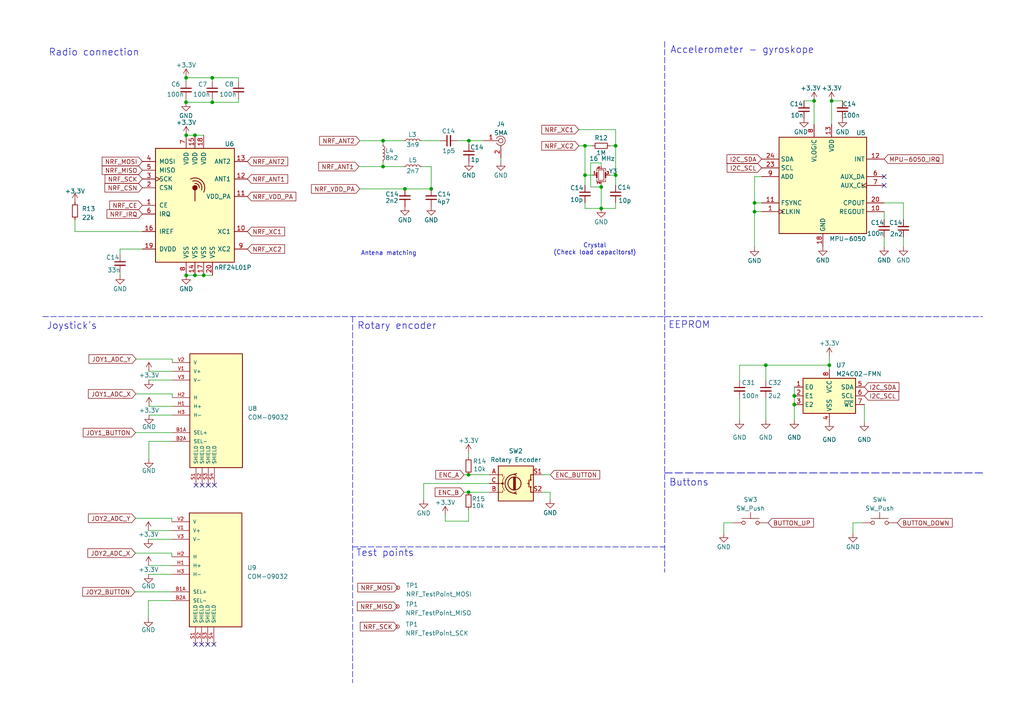
<source format=kicad_sch>
(kicad_sch (version 20230121) (generator eeschema)
  (paper "A4")
  (title_block (title "nRF Controller - peripherals") (date "2023-06-29") (rev "v1"))
  (lib_symbols
    (symbol "COM-09032:COM-09032" (pin_names (offset 1.016))
      (property "Reference" "U" (at -7.62 16.002 0))
      (property "Value" "COM-09032" (at -7.112 -28.448 0))
      (symbol "COM-09032_0_0"
        (rectangle (start -7.62 -17.78) (end 7.62 15.24) (stroke (width 0.254)) (fill (type background)))
        (pin passive line (at -12.7 -7.62 0) (length 5.08) (name "SEL+") (number "B1A"))
        (pin passive line (at -12.7 -10.16 0) (length 5.08) (name "SEL-") (number "B2A"))
        (pin passive line (at -12.7 0 0) (length 5.08) (name "H+") (number "H1"))
        (pin passive line (at -12.7 2.54 0) (length 5.08) (name "H") (number "H2"))
        (pin passive line (at -12.7 -2.54 0) (length 5.08) (name "H-") (number "H3"))
        (pin passive line (at -5.842 -22.86 90) (length 5.08) (name "SHIELD") (number "S1"))
        (pin passive line (at -4.064 -22.86 90) (length 5.08) (name "SHIELD") (number "S2"))
        (pin passive line (at -2.286 -22.86 90) (length 5.08) (name "SHIELD") (number "S3"))
        (pin passive line (at -0.508 -22.86 90) (length 5.08) (name "SHIELD") (number "S4"))
        (pin passive line (at -12.7 10.16 0) (length 5.08) (name "V+") (number "V1"))
        (pin passive line (at -12.7 12.7 0) (length 5.08) (name "V") (number "V2"))
        (pin passive line (at -12.7 7.62 0) (length 5.08) (name "V-") (number "V3"))
      )
    )
    (symbol "COM-09032_1" (pin_names (offset 1.016))
      (property "Reference" "U" (at -7.62 16.002 0))
      (property "Value" "COM-09032" (at -7.112 -28.448 0))
      (symbol "COM-09032_1_0_0"
        (rectangle (start -7.62 -17.78) (end 7.62 15.24) (stroke (width 0.254)) (fill (type background)))
        (pin passive line (at -12.7 -7.62 0) (length 5.08) (name "SEL+") (number "B1A"))
        (pin passive line (at -12.7 -10.16 0) (length 5.08) (name "SEL-") (number "B2A"))
        (pin passive line (at -12.7 0 0) (length 5.08) (name "H+") (number "H1"))
        (pin passive line (at -12.7 2.54 0) (length 5.08) (name "H") (number "H2"))
        (pin passive line (at -12.7 -2.54 0) (length 5.08) (name "H-") (number "H3"))
        (pin passive line (at -5.842 -22.86 90) (length 5.08) (name "SHIELD") (number "S1"))
        (pin passive line (at -4.064 -22.86 90) (length 5.08) (name "SHIELD") (number "S2"))
        (pin passive line (at -2.286 -22.86 90) (length 5.08) (name "SHIELD") (number "S3"))
        (pin passive line (at -0.508 -22.86 90) (length 5.08) (name "SHIELD") (number "S4"))
        (pin passive line (at -12.7 10.16 0) (length 5.08) (name "V+") (number "V1"))
        (pin passive line (at -12.7 12.7 0) (length 5.08) (name "V") (number "V2"))
        (pin passive line (at -12.7 7.62 0) (length 5.08) (name "V-") (number "V3"))
      )
    )
    (symbol "Connector:TestPoint_Small" (pin_numbers hide) (pin_names (offset 0.762) hide)
      (property "Reference" "TP" (at 0 3.81 0))
      (property "Value" "TestPoint_Small" (at 0 2.032 0))
      (symbol "TestPoint_Small_0_1"
        (circle (center 0 0) (radius 0.508))
      )
      (symbol "TestPoint_Small_1_1"
        (pin passive line (at 0 0 90) (length 0) (name "1") (number "1"))
      )
    )
    (symbol "Device:C_Small" (pin_numbers hide) (pin_names (offset 0.254) hide)
      (property "Reference" "C" (at 0.254 1.778 0))
      (property "Value" "C_Small" (at 0.254 -2.032 0))
      (symbol "C_Small_0_1"
        (polyline (pts (xy -1.524 -0.508) (xy 1.524 -0.508)) (stroke (width 0.3302)))
        (polyline (pts (xy -1.524 0.508) (xy 1.524 0.508)) (stroke (width 0.3048)))
      )
      (symbol "C_Small_1_1"
        (pin passive line (at 0 2.54 270) (length 2.032) (name "~") (number "1"))
        (pin passive line (at 0 -2.54 90) (length 2.032) (name "~") (number "2"))
      )
    )
    (symbol "Device:Crystal_GND24_Small" (pin_names (offset 1.016) hide)
      (property "Reference" "Y" (at 1.27 4.445 0))
      (property "Value" "Crystal_GND24_Small" (at 1.27 2.54 0))
      (symbol "Crystal_GND24_Small_0_1"
        (rectangle (start -0.762 -1.524) (end 0.762 1.524))
        (polyline (pts (xy -1.27 -0.762) (xy -1.27 0.762)) (stroke (width 0.381)))
        (polyline (pts (xy 1.27 -0.762) (xy 1.27 0.762)) (stroke (width 0.381)))
        (polyline (pts (xy -1.27 -1.27) (xy -1.27 -1.905) (xy 1.27 -1.905) (xy 1.27 -1.27)))
        (polyline (pts (xy -1.27 1.27) (xy -1.27 1.905) (xy 1.27 1.905) (xy 1.27 1.27)))
      )
      (symbol "Crystal_GND24_Small_1_1"
        (pin passive line (at -2.54 0 0) (length 1.27) (name "1") (number "1"))
        (pin passive line (at 0 -2.54 90) (length 0.635) (name "2") (number "2"))
        (pin passive line (at 2.54 0 180) (length 1.27) (name "3") (number "3"))
        (pin passive line (at 0 2.54 270) (length 0.635) (name "4") (number "4"))
      )
    )
    (symbol "Device:L_Small" (pin_numbers hide) (pin_names (offset 0.254) hide)
      (property "Reference" "L" (at 0.762 1.016 0))
      (property "Value" "L_Small" (at 0.762 -1.016 0))
      (symbol "L_Small_0_1"
        (arc (start 0 -2.032) (mid 0.5058 -1.524) (end 0 -1.016))
        (arc (start 0 -1.016) (mid 0.5058 -0.508) (end 0 0))
        (arc (start 0 0) (mid 0.5058 0.508) (end 0 1.016))
        (arc (start 0 1.016) (mid 0.5058 1.524) (end 0 2.032))
      )
      (symbol "L_Small_1_1"
        (pin passive line (at 0 2.54 270) (length 0.508) (name "~") (number "1"))
        (pin passive line (at 0 -2.54 90) (length 0.508) (name "~") (number "2"))
      )
    )
    (symbol "Device:R_Small" (pin_numbers hide) (pin_names (offset 0.254) hide)
      (property "Reference" "R" (at 0.762 0.508 0))
      (property "Value" "R_Small" (at 0.762 -1.016 0))
      (symbol "R_Small_0_1"
        (rectangle (start -0.762 1.778) (end 0.762 -1.778) (stroke (width 0.2032)))
      )
      (symbol "R_Small_1_1"
        (pin passive line (at 0 2.54 270) (length 0.762) (name "~") (number "1"))
        (pin passive line (at 0 -2.54 90) (length 0.762) (name "~") (number "2"))
      )
    )
    (symbol "Device:RotaryEncoder_Switch" (pin_names (offset 0.254) hide)
      (property "Reference" "SW" (at 0 6.604 0))
      (property "Value" "RotaryEncoder_Switch" (at 0 -6.604 0))
      (symbol "RotaryEncoder_Switch_0_1"
        (rectangle (start -5.08 5.08) (end 5.08 -5.08) (stroke (width 0.254)) (fill (type background)))
        (circle (center -3.81 0) (radius 0.254) (fill (type outline)))
        (circle (center -0.381 0) (radius 1.905) (stroke (width 0.254)))
        (arc (start -0.381 2.667) (mid -3.0988 -0.0635) (end -0.381 -2.794) (stroke (width 0.254)))
        (polyline (pts (xy -0.635 -1.778) (xy -0.635 1.778)) (stroke (width 0.254)))
        (polyline (pts (xy -0.381 -1.778) (xy -0.381 1.778)) (stroke (width 0.254)))
        (polyline (pts (xy -0.127 1.778) (xy -0.127 -1.778)) (stroke (width 0.254)))
        (polyline (pts (xy 3.81 0) (xy 3.429 0)) (stroke (width 0.254)))
        (polyline (pts (xy 3.81 1.016) (xy 3.81 -1.016)) (stroke (width 0.254)))
        (polyline (pts (xy -5.08 -2.54) (xy -3.81 -2.54) (xy -3.81 -2.032)))
        (polyline (pts (xy -5.08 2.54) (xy -3.81 2.54) (xy -3.81 2.032)))
        (polyline (pts (xy 0.254 -3.048) (xy -0.508 -2.794) (xy 0.127 -2.413)) (stroke (width 0.254)))
        (polyline (pts (xy 0.254 2.921) (xy -0.508 2.667) (xy 0.127 2.286)) (stroke (width 0.254)))
        (polyline (pts (xy 5.08 -2.54) (xy 4.318 -2.54) (xy 4.318 -1.016)) (stroke (width 0.254)))
        (polyline (pts (xy 5.08 2.54) (xy 4.318 2.54) (xy 4.318 1.016)) (stroke (width 0.254)))
        (polyline (pts (xy -5.08 0) (xy -3.81 0) (xy -3.81 -1.016) (xy -3.302 -2.032)))
        (polyline (pts (xy -4.318 0) (xy -3.81 0) (xy -3.81 1.016) (xy -3.302 2.032)))
        (circle (center 4.318 -1.016) (radius 0.127) (stroke (width 0.254)))
        (circle (center 4.318 1.016) (radius 0.127) (stroke (width 0.254)))
      )
      (symbol "RotaryEncoder_Switch_1_1"
        (pin passive line (at -7.62 2.54 0) (length 2.54) (name "A") (number "A"))
        (pin passive line (at -7.62 -2.54 0) (length 2.54) (name "B") (number "B"))
        (pin passive line (at -7.62 0 0) (length 2.54) (name "C") (number "C"))
        (pin passive line (at 7.62 2.54 180) (length 2.54) (name "S1") (number "S1"))
        (pin passive line (at 7.62 -2.54 180) (length 2.54) (name "S2") (number "S2"))
      )
    )
    (symbol "Memory_EEPROM:M24C02-FMN"
      (property "Reference" "U" (at -6.35 6.35 0))
      (property "Value" "M24C02-FMN" (at 7.62 6.35 0))
      (symbol "M24C02-FMN_0_1"
        (rectangle (start -7.62 5.08) (end 7.62 -5.08) (stroke (width 0.254)) (fill (type background)))
      )
      (symbol "M24C02-FMN_1_1"
        (pin input line (at -10.16 2.54 0) (length 2.54) (name "E0") (number "1"))
        (pin input line (at -10.16 0 0) (length 2.54) (name "E1") (number "2"))
        (pin input line (at -10.16 -2.54 0) (length 2.54) (name "E2") (number "3"))
        (pin power_in line (at 0 -7.62 90) (length 2.54) (name "VSS") (number "4"))
        (pin bidirectional line (at 10.16 2.54 180) (length 2.54) (name "SDA") (number "5"))
        (pin input line (at 10.16 0 180) (length 2.54) (name "SCL") (number "6"))
        (pin input line (at 10.16 -2.54 180) (length 2.54) (name "~{WC}") (number "7"))
        (pin power_in line (at 0 7.62 270) (length 2.54) (name "VCC") (number "8"))
      )
    )
    (symbol "RF:nRF24L01P" (pin_names (offset 1.016))
      (property "Reference" "U5" (at 4.4959 20.066 0))
      (property "Value" "nRF24L01P" (at 4.4959 17.526 0))
      (symbol "nRF24L01P_0_1"
        (rectangle (start -11.43 16.51) (end 11.43 -16.51) (stroke (width 0.254)) (fill (type background)))
        (polyline (pts (xy 0 4.445) (xy 0 1.27)) (stroke (width 0.254)))
        (circle (center 0 5.08) (radius 0.635) (stroke (width 0.254)) (fill (type outline)))
        (arc (start 1.27 5.08) (mid 0.9071 5.9946) (end 0 6.35) (stroke (width 0.254)))
        (arc (start 1.905 4.445) (mid 1.4313 6.5254) (end -0.635 6.985) (stroke (width 0.254)))
        (arc (start 2.54 3.81) (mid 2.008 7.088) (end -1.27 7.62) (stroke (width 0.254)))
        (rectangle (start 11.43 -13.97) (end 11.43 -13.97))
      )
      (symbol "nRF24L01P_1_1"
        (pin input line (at -15.24 0 0) (length 3.81) (name "CE") (number "1"))
        (pin passive line (at 15.24 -7.62 180) (length 3.81) (name "XC1") (number "10"))
        (pin power_out line (at 15.24 2.54 180) (length 3.81) (name "VDD_PA") (number "11"))
        (pin passive line (at 15.24 7.62 180) (length 3.81) (name "ANT1") (number "12"))
        (pin passive line (at 15.24 12.7 180) (length 3.81) (name "ANT2") (number "13"))
        (pin power_in line (at 0 -20.32 90) (length 3.81) (name "VSS") (number "14"))
        (pin power_in line (at 0 20.32 270) (length 3.81) (name "VDD") (number "15"))
        (pin passive line (at -15.24 -7.62 0) (length 3.81) (name "IREF") (number "16"))
        (pin power_in line (at 2.54 -20.32 90) (length 3.81) (name "VSS") (number "17"))
        (pin power_in line (at 2.54 20.32 270) (length 3.81) (name "VDD") (number "18"))
        (pin power_out line (at -15.24 -12.7 0) (length 3.81) (name "DVDD") (number "19"))
        (pin input line (at -15.24 5.08 0) (length 3.81) (name "CSN") (number "2"))
        (pin power_in line (at 5.08 -20.32 90) (length 3.81) (name "VSS") (number "20"))
        (pin input clock (at -15.24 7.62 0) (length 3.81) (name "SCK") (number "3"))
        (pin input line (at -15.24 12.7 0) (length 3.81) (name "MOSI") (number "4"))
        (pin output line (at -15.24 10.16 0) (length 3.81) (name "MISO") (number "5"))
        (pin output line (at -15.24 -2.54 0) (length 3.81) (name "IRQ") (number "6"))
        (pin power_in line (at -2.54 20.32 270) (length 3.81) (name "VDD") (number "7"))
        (pin power_in line (at -2.54 -20.32 90) (length 3.81) (name "VSS") (number "8"))
        (pin passive line (at 15.24 -12.7 180) (length 3.81) (name "XC2") (number "9"))
      )
    )
    (symbol "Sensor_Motion:MPU-6050"
      (property "Reference" "U" (at -11.43 13.97 0))
      (property "Value" "MPU-6050" (at 7.62 -15.24 0))
      (symbol "MPU-6050_0_0"
        (text "" (at 12.7 -2.54 0) (effects (font (size 1.27 1.27))))
      )
      (symbol "MPU-6050_0_1"
        (rectangle (start -12.7 13.97) (end 12.7 -13.97) (stroke (width 0.254)) (fill (type background)))
      )
      (symbol "MPU-6050_1_1"
        (pin input clock (at -17.78 -7.62 0) (length 5.08) (name "CLKIN") (number "1"))
        (pin passive line (at 17.78 -7.62 180) (length 5.08) (name "REGOUT") (number "10"))
        (pin input line (at -17.78 -5.08 0) (length 5.08) (name "FSYNC") (number "11"))
        (pin output line (at 17.78 7.62 180) (length 5.08) (name "INT") (number "12"))
        (pin power_in line (at 2.54 17.78 270) (length 3.81) (name "VDD") (number "13"))
        (pin no_connect line (at -12.7 -10.16 0) (length 2.54) hide (name "NC") (number "14"))
        (pin no_connect line (at 12.7 12.7 180) (length 2.54) hide (name "NC") (number "15"))
        (pin no_connect line (at 12.7 10.16 180) (length 2.54) hide (name "NC") (number "16"))
        (pin no_connect line (at 12.7 5.08 180) (length 2.54) hide (name "NC") (number "17"))
        (pin power_in line (at 0 -17.78 90) (length 3.81) (name "GND") (number "18"))
        (pin no_connect line (at 12.7 -10.16 180) (length 2.54) hide (name "RESV") (number "19"))
        (pin no_connect line (at -12.7 12.7 0) (length 2.54) hide (name "NC") (number "2"))
        (pin passive line (at 17.78 -5.08 180) (length 5.08) (name "CPOUT") (number "20"))
        (pin no_connect line (at 12.7 -2.54 180) (length 2.54) hide (name "RESV") (number "21"))
        (pin no_connect line (at 12.7 -12.7 180) (length 2.54) hide (name "RESV") (number "22"))
        (pin input line (at -17.78 5.08 0) (length 5.08) (name "SCL") (number "23"))
        (pin bidirectional line (at -17.78 7.62 0) (length 5.08) (name "SDA") (number "24"))
        (pin no_connect line (at -12.7 10.16 0) (length 2.54) hide (name "NC") (number "3"))
        (pin no_connect line (at -12.7 0 0) (length 2.54) hide (name "NC") (number "4"))
        (pin no_connect line (at -12.7 -2.54 0) (length 2.54) hide (name "NC") (number "5"))
        (pin bidirectional line (at 17.78 2.54 180) (length 5.08) (name "AUX_DA") (number "6"))
        (pin output clock (at 17.78 0 180) (length 5.08) (name "AUX_CL") (number "7"))
        (pin power_in line (at -2.54 17.78 270) (length 3.81) (name "VLOGIC") (number "8"))
        (pin input line (at -17.78 2.54 0) (length 5.08) (name "AD0") (number "9"))
      )
    )
    (symbol "Switch:SW_Push" (pin_numbers hide) (pin_names (offset 1.016) hide)
      (property "Reference" "SW" (at 1.27 2.54 0))
      (property "Value" "SW_Push" (at 0 -1.524 0))
      (symbol "SW_Push_0_1"
        (circle (center -2.032 0) (radius 0.508))
        (polyline (pts (xy 0 1.27) (xy 0 3.048)))
        (polyline (pts (xy 2.54 1.27) (xy -2.54 1.27)))
        (circle (center 2.032 0) (radius 0.508))
        (pin passive line (at -5.08 0 0) (length 2.54) (name "1") (number "1"))
        (pin passive line (at 5.08 0 180) (length 2.54) (name "2") (number "2"))
      )
    )
    (symbol "dk_Coaxial-Connectors-RF:142-0701-801" (pin_names (offset 1.016))
      (property "Reference" "J" (at -1.27 1.27 0))
      (property "Value" "142-0701-801" (at 1.27 -2.54 0))
      (symbol "142-0701-801_1_1"
        (arc (start -1.27 0) (mid -0.2651 -1.3081) (end 1.27 -0.635))
        (circle (center 0 0) (radius 0.635))
        (arc (start 1.27 0.635) (mid -0.2496 1.3256) (end -1.27 0))
        (pin passive line (at 5.08 0 180) (length 4.445) (name "~") (number "1"))
        (pin passive line (at 0 -5.08 90) (length 3.683) (name "~") (number "2"))
      )
    )
    (symbol "power:+3.3V" (power) (pin_names (offset 0))
      (property "Value" "+3.3V" (at 0 3.556 0))
      (symbol "+3.3V_0_1"
        (polyline (pts (xy -0.762 1.27) (xy 0 2.54)))
        (polyline (pts (xy 0 0) (xy 0 2.54)))
        (polyline (pts (xy 0 2.54) (xy 0.762 1.27)))
      )
      (symbol "+3.3V_1_1"
        (pin power_in line (at 0 0 90) (length 0) hide (name "+3.3V") (number "1"))
      )
    )
    (symbol "power:GND" (power) (pin_names (offset 0))
      (property "Value" "GND" (at 0 -3.81 0))
      (symbol "GND_0_1"
        (polyline (pts (xy 0 0) (xy 0 -1.27) (xy 1.27 -1.27) (xy 0 -2.54) (xy -1.27 -1.27) (xy 0 -1.27)))
      )
      (symbol "GND_1_1"
        (pin power_in line (at 0 0 270) (length 0) hide (name "GND") (number "1"))
      )
    )
  )
  (junction (at 178.562 42.291))
  (junction (at 174.371 54.229))
  (junction (at 53.9496 29.6418))
  (junction (at 178.562 50.8))
  (junction (at 135.89 137.6934))
  (junction (at 54.0004 79.8576))
  (junction (at 218.8464 58.8518))
  (junction (at 61.5696 22.5552))
  (junction (at 61.5696 29.6672))
  (junction (at 169.672 42.291))
  (junction (at 125.0696 54.7878))
  (junction (at 240.538 105.918))
  (junction (at 241.1984 29.2608))
  (junction (at 117.4496 54.7878))
  (junction (at 222.123 105.918))
  (junction (at 56.5404 79.8576))
  (junction (at 135.9916 40.8178))
  (junction (at 230.378 117.348))
  (junction (at 111.0996 40.8178))
  (junction (at 54.0004 39.2176))
  (junction (at 236.1184 29.2608))
  (junction (at 218.8464 61.3918))
  (junction (at 59.0804 79.8576))
  (junction (at 169.672 50.8))
  (junction (at 111.0996 48.3108))
  (junction (at 230.378 114.808))
  (junction (at 53.975 22.5552))
  (junction (at 56.5404 39.2176))
  (junction (at 174.371 60.452))
  (junction (at 135.89 142.7734))
  (no_connect (at 62.0268 186.8932))
  (no_connect (at 256.4384 51.2318))
  (no_connect (at 256.4384 53.7718))
  (no_connect (at 62.1792 140.716))
  (no_connect (at 60.4012 140.716))
  (no_connect (at 56.6928 186.8932))
  (no_connect (at 58.4708 186.8932))
  (no_connect (at 60.2488 186.8932))
  (no_connect (at 56.8452 140.716))
  (no_connect (at 58.6232 140.716))
  (wire (pts (xy 132.6896 40.8178) (xy 135.9916 40.8178)))
  (wire (pts (xy 135.89 137.6934) (xy 141.986 137.6934)))
  (wire (pts (xy 53.9496 29.6418) (xy 53.9496 29.6672)))
  (wire (pts (xy 222.123 105.918) (xy 222.123 110.363)))
  (wire (pts (xy 169.672 53.721) (xy 169.672 50.8)))
  (wire (pts (xy 209.931 151.638) (xy 212.598 151.638)))
  (wire (pts (xy 256.4384 61.3918) (xy 256.4384 63.6778)))
  (wire (pts (xy 240.538 103.378) (xy 240.538 105.918)))
  (wire (pts (xy 241.1984 29.2608) (xy 241.1984 35.9918)))
  (wire (pts (xy 43.18 107.696) (xy 49.9872 107.696)))
  (wire (pts (xy 111.0996 41.8338) (xy 111.0996 40.8178)))
  (wire (pts (xy 122.2756 48.3108) (xy 125.0696 48.3108)))
  (wire (pts (xy 49.8348 174.1932) (xy 43.0276 174.1932)))
  (wire (pts (xy 167.894 42.291) (xy 169.672 42.291)))
  (wire (pts (xy 69.1896 22.5552) (xy 69.1896 23.5712)))
  (wire (pts (xy 135.89 151.1554) (xy 135.89 147.8534)))
  (wire (pts (xy 230.378 112.268) (xy 230.378 114.808)))
  (wire (pts (xy 43.0276 174.1932) (xy 43.0276 179.2732)))
  (wire (pts (xy 159.5628 142.7734) (xy 159.5628 144.8054)))
  (wire (pts (xy 169.672 50.8) (xy 171.831 50.8)))
  (wire (pts (xy 59.0804 79.8576) (xy 61.6204 79.8576)))
  (wire (pts (xy 218.8464 58.8518) (xy 220.8784 58.8518)))
  (wire (pts (xy 218.8464 61.3918) (xy 220.8784 61.3918)))
  (wire (pts (xy 129.1336 151.1554) (xy 135.89 151.1554)))
  (wire (pts (xy 209.931 154.686) (xy 209.931 151.638)))
  (wire (pts (xy 34.8234 78.9686) (xy 34.8234 79.8576)))
  (wire (pts (xy 43.2308 120.396) (xy 49.9872 120.396)))
  (wire (pts (xy 104.1146 48.3108) (xy 111.0996 48.3108)))
  (wire (pts (xy 43.2308 117.856) (xy 43.2308 117.8052)))
  (wire (pts (xy 178.562 58.801) (xy 178.562 60.452)))
  (wire (pts (xy 134.62 142.7734) (xy 135.89 142.7734)))
  (wire (pts (xy 34.8234 72.2376) (xy 41.3004 72.2376)))
  (wire (pts (xy 104.3686 54.7878) (xy 117.4496 54.7878)))
  (wire (pts (xy 49.8348 150.3172) (xy 49.8348 151.3332)))
  (wire (pts (xy 141.986 140.2334) (xy 122.8852 140.2334)))
  (wire (pts (xy 53.9496 22.5552) (xy 53.9496 23.5712)))
  (wire (pts (xy 157.226 142.7734) (xy 159.5628 142.7734)))
  (wire (pts (xy 122.8852 140.2334) (xy 122.8852 144.907)))
  (wire (pts (xy 61.5696 22.5552) (xy 69.1896 22.5552)))
  (wire (pts (xy 256.4384 68.7578) (xy 256.4384 71.5518)))
  (wire (pts (xy 104.3686 40.8178) (xy 111.0996 40.8178)))
  (wire (pts (xy 39.4208 114.2492) (xy 49.9872 114.2492)))
  (polyline (pts (xy 192.786 91.7702) (xy 192.786 165.9636)) (stroke (width 0) (type dash)))
  (wire (pts (xy 21.7424 67.1576) (xy 21.7424 63.7286)))
  (wire (pts (xy 214.503 115.443) (xy 214.503 121.793)))
  (wire (pts (xy 43.0276 153.8732) (xy 49.8348 153.8732)))
  (wire (pts (xy 135.9916 40.8178) (xy 140.1826 40.8178)))
  (wire (pts (xy 53.975 22.5552) (xy 61.5696 22.5552)))
  (wire (pts (xy 169.672 42.291) (xy 171.831 42.291)))
  (wire (pts (xy 174.371 53.34) (xy 174.371 54.229)))
  (wire (pts (xy 125.0696 48.3108) (xy 125.0696 54.7878)))
  (wire (pts (xy 169.672 42.291) (xy 169.672 50.8)))
  (polyline (pts (xy 192.786 12.0396) (xy 192.786 91.821)) (stroke (width 0) (type dash)))
  (wire (pts (xy 171.323 47.244) (xy 171.323 54.229)))
  (wire (pts (xy 256.4384 58.8518) (xy 262.0264 58.8518)))
  (wire (pts (xy 111.0996 48.3108) (xy 117.1956 48.3108)))
  (wire (pts (xy 176.911 50.8) (xy 178.562 50.8)))
  (wire (pts (xy 129.1336 149.4282) (xy 129.1336 151.1554)))
  (wire (pts (xy 174.371 47.244) (xy 171.323 47.244)))
  (wire (pts (xy 43.18 110.236) (xy 49.9872 110.236)))
  (wire (pts (xy 174.371 48.26) (xy 174.371 47.244)))
  (wire (pts (xy 43.18 128.016) (xy 43.18 133.096)))
  (wire (pts (xy 230.378 114.808) (xy 230.378 117.348)))
  (wire (pts (xy 61.5696 23.5712) (xy 61.5696 22.5552)))
  (wire (pts (xy 39.3192 150.3172) (xy 49.8348 150.3172)))
  (wire (pts (xy 222.123 105.918) (xy 240.538 105.918)))
  (wire (pts (xy 169.672 60.452) (xy 174.371 60.452)))
  (wire (pts (xy 39.3192 125.476) (xy 49.9872 125.476)))
  (wire (pts (xy 69.1896 28.6512) (xy 69.1896 29.6672)))
  (wire (pts (xy 39.4716 104.14) (xy 49.9872 104.14)))
  (wire (pts (xy 241.1984 29.2608) (xy 244.3734 29.2608)))
  (wire (pts (xy 145.2626 45.8978) (xy 145.2626 46.9138)))
  (wire (pts (xy 117.4496 54.7878) (xy 125.0696 54.7878)))
  (wire (pts (xy 54.0004 79.8576) (xy 56.5404 79.8576)))
  (wire (pts (xy 61.5696 28.6512) (xy 61.5696 29.6672)))
  (wire (pts (xy 53.9496 28.6512) (xy 53.9496 29.6418)))
  (wire (pts (xy 53.9496 22.5552) (xy 53.975 22.5552)))
  (wire (pts (xy 54.0004 39.2176) (xy 56.5404 39.2176)))
  (wire (pts (xy 171.323 54.229) (xy 174.371 54.229)))
  (wire (pts (xy 214.503 110.363) (xy 214.503 105.918)))
  (wire (pts (xy 178.562 50.8) (xy 178.562 42.291)))
  (wire (pts (xy 236.1184 29.2608) (xy 236.1184 35.9918)))
  (wire (pts (xy 233.1974 29.2608) (xy 236.1184 29.2608)))
  (wire (pts (xy 167.894 37.592) (xy 178.562 37.592)))
  (wire (pts (xy 49.9872 128.016) (xy 43.18 128.016)))
  (wire (pts (xy 262.0264 58.8518) (xy 262.0264 63.6778)))
  (wire (pts (xy 49.9872 115.316) (xy 49.9872 114.2492)))
  (wire (pts (xy 220.8784 51.2318) (xy 218.8464 51.2318)))
  (polyline (pts (xy 192.786 137.16) (xy 284.988 137.16)) (stroke (width 0.2) (type dash)))
  (polyline (pts (xy 102.2604 91.821) (xy 102.2604 198.0184)) (stroke (width 0) (type dash)))
  (wire (pts (xy 53.9496 29.6672) (xy 61.5696 29.6672)))
  (wire (pts (xy 49.9872 117.856) (xy 43.2308 117.856)))
  (wire (pts (xy 111.0996 46.9138) (xy 111.0996 48.3108)))
  (wire (pts (xy 178.562 42.291) (xy 178.562 37.592)))
  (wire (pts (xy 134.62 137.6934) (xy 135.89 137.6934)))
  (wire (pts (xy 122.2756 40.8178) (xy 127.6096 40.8178)))
  (wire (pts (xy 34.8234 73.8886) (xy 34.8234 72.2376)))
  (wire (pts (xy 262.0264 68.7578) (xy 262.0264 71.5518)))
  (wire (pts (xy 111.0996 40.8178) (xy 117.1956 40.8178)))
  (wire (pts (xy 230.378 117.348) (xy 230.378 121.793)))
  (wire (pts (xy 157.226 137.6934) (xy 159.6136 137.6934)))
  (wire (pts (xy 169.672 58.801) (xy 169.672 60.452)))
  (wire (pts (xy 49.8348 161.4932) (xy 49.8348 160.4264)))
  (wire (pts (xy 178.562 42.291) (xy 176.911 42.291)))
  (wire (pts (xy 41.3004 67.1576) (xy 21.7424 67.1576)))
  (wire (pts (xy 174.371 54.229) (xy 174.371 60.452)))
  (wire (pts (xy 56.5404 39.2176) (xy 59.0804 39.2176)))
  (wire (pts (xy 135.89 142.7734) (xy 141.986 142.7734)))
  (wire (pts (xy 247.396 154.686) (xy 247.396 151.638)))
  (wire (pts (xy 43.0784 164.0332) (xy 43.0784 163.9824)))
  (wire (pts (xy 135.9916 40.8178) (xy 135.9916 41.8338)))
  (wire (pts (xy 49.9872 104.14) (xy 49.9872 105.156)))
  (wire (pts (xy 39.1668 171.6532) (xy 49.8348 171.6532)))
  (polyline (pts (xy 12.3952 91.821) (xy 284.988 91.8464)) (stroke (width 0) (type dash)))
  (wire (pts (xy 49.8348 164.0332) (xy 43.0784 164.0332)))
  (wire (pts (xy 240.538 105.918) (xy 240.538 107.188)))
  (wire (pts (xy 250.698 117.348) (xy 250.698 122.428)))
  (wire (pts (xy 43.0276 156.4132) (xy 49.8348 156.4132)))
  (wire (pts (xy 43.0784 166.5732) (xy 49.8348 166.5732)))
  (wire (pts (xy 218.8464 51.2318) (xy 218.8464 58.8518)))
  (wire (pts (xy 61.5696 29.6672) (xy 69.1896 29.6672)))
  (wire (pts (xy 222.123 115.443) (xy 222.123 121.793)))
  (polyline (pts (xy 102.235 158.623) (xy 192.786 158.623)) (stroke (width 0) (type dash)))
  (wire (pts (xy 247.396 151.638) (xy 250.063 151.638)))
  (wire (pts (xy 214.503 105.918) (xy 222.123 105.918)))
  (wire (pts (xy 218.8464 58.8518) (xy 218.8464 61.3918)))
  (wire (pts (xy 178.562 60.452) (xy 174.371 60.452)))
  (wire (pts (xy 178.562 53.721) (xy 178.562 50.8)))
  (wire (pts (xy 218.8464 61.3918) (xy 218.8464 71.6788)))
  (wire (pts (xy 39.2684 160.4264) (xy 49.8348 160.4264)))
  (wire (pts (xy 135.89 131.4704) (xy 135.89 132.6134)))
  (wire (pts (xy 56.5404 79.8576) (xy 59.0804 79.8576)))
  (text "Accelerometer - gyroskope\n\n" (at 194.3608 18.9738 0) (effects (font (size 2 2)) (justify left bottom)))
  (text "EEPROM" (at 193.802 95.504 0) (effects (font (size 2 2)) (justify left bottom)))
  (text "Rotary encoder" (at 103.5812 95.7834 0) (effects (font (size 2 2)) (justify left bottom)))
  (text "Test points\n" (at 103.251 161.671 0) (effects (font (size 2 2)) (justify left bottom)))
  (text "Radio connection\n" (at 14.0716 16.4846 0) (effects (font (size 2 2)) (justify left bottom)))
  (text "	    Crystal\n(Check load capacitors!)" (at 160.4772 74.0918 0) (effects (font (size 1.27 1.27)) (justify left bottom)))
  (text "Buttons\n" (at 194.056 141.224 0) (effects (font (size 2 2)) (justify left bottom)))
  (text "Joystick's" (at 13.5128 95.7834 0) (effects (font (size 2 2)) (justify left bottom)))
  (text "Antena matching\n\n" (at 104.648 76.327 0) (effects (font (size 1.27 1.27)) (justify left bottom)))
  (global_label "NRF_ANT2" (shape input) (at 104.3686 40.8178 180) (property "Intersheetrefs" "${INTERSHEET_REFS}" (effects hide)))
  (global_label "MPU-6050_IRQ" (shape input) (at 256.4384 46.1518 0) (property "Intersheetrefs" "${INTERSHEET_REFS}" (effects hide)))
  (global_label "ENC_B" (shape input) (at 134.62 142.7734 180) (property "Intersheetrefs" "${INTERSHEET_REFS}" (effects hide)))
  (global_label "NRF_XC1" (shape input) (at 71.7804 67.1576 0) (property "Intersheetrefs" "${INTERSHEET_REFS}" (effects hide)))
  (global_label "JOY2_ADC_X" (shape input) (at 39.2684 160.4264 180) (property "Intersheetrefs" "${INTERSHEET_REFS}" (effects hide)))
  (global_label "NRF_IRQ" (shape input) (at 41.3004 62.0776 180) (property "Intersheetrefs" "${INTERSHEET_REFS}" (effects hide)))
  (global_label "NRF_VDD_PA" (shape input) (at 104.3686 54.7878 180) (property "Intersheetrefs" "${INTERSHEET_REFS}" (effects hide)))
  (global_label "JOY2_ADC_Y" (shape input) (at 39.3192 150.3172 180) (property "Intersheetrefs" "${INTERSHEET_REFS}" (effects hide)))
  (global_label "NRF_XC2" (shape input) (at 71.7804 72.2376 0) (property "Intersheetrefs" "${INTERSHEET_REFS}" (effects hide)))
  (global_label "NRF_MOSI" (shape input) (at 115.443 170.434 180) (property "Intersheetrefs" "${INTERSHEET_REFS}" (effects hide)))
  (global_label "NRF_XC2" (shape input) (at 167.894 42.291 180) (property "Intersheetrefs" "${INTERSHEET_REFS}" (effects hide)))
  (global_label "NRF_MISO" (shape input) (at 41.3004 49.3776 180) (property "Intersheetrefs" "${INTERSHEET_REFS}" (effects hide)))
  (global_label "NRF_ANT1" (shape input) (at 104.1146 48.3108 180) (property "Intersheetrefs" "${INTERSHEET_REFS}" (effects hide)))
  (global_label "JOY1_BUTTON" (shape input) (at 39.3192 125.476 180) (property "Intersheetrefs" "${INTERSHEET_REFS}" (effects hide)))
  (global_label "NRF_SCK" (shape input) (at 41.3004 51.9176 180) (property "Intersheetrefs" "${INTERSHEET_REFS}" (effects hide)))
  (global_label "JOY1_ADC_Y" (shape input) (at 39.4716 104.14 180) (property "Intersheetrefs" "${INTERSHEET_REFS}" (effects hide)))
  (global_label "NRF_MISO" (shape input) (at 115.316 175.895 180) (property "Intersheetrefs" "${INTERSHEET_REFS}" (effects hide)))
  (global_label "I2C_SCL" (shape input) (at 250.698 114.808 0) (property "Intersheetrefs" "${INTERSHEET_REFS}" (effects hide)))
  (global_label "NRF_MOSI" (shape input) (at 41.3004 46.8376 180) (property "Intersheetrefs" "${INTERSHEET_REFS}" (effects hide)))
  (global_label "NRF_CSN" (shape input) (at 41.3004 54.4576 180) (property "Intersheetrefs" "${INTERSHEET_REFS}" (effects hide)))
  (global_label "NRF_CE" (shape input) (at 41.3004 59.5376 180) (property "Intersheetrefs" "${INTERSHEET_REFS}" (effects hide)))
  (global_label "BUTTON_UP" (shape input) (at 222.758 151.638 0) (property "Intersheetrefs" "${INTERSHEET_REFS}" (effects hide)))
  (global_label "BUTTON_DOWN" (shape input) (at 260.223 151.638 0) (property "Intersheetrefs" "${INTERSHEET_REFS}" (effects hide)))
  (global_label "NRF_SCK" (shape input) (at 115.316 181.737 180) (property "Intersheetrefs" "${INTERSHEET_REFS}" (effects hide)))
  (global_label "I2C_SDA" (shape input) (at 220.8784 46.1518 180) (property "Intersheetrefs" "${INTERSHEET_REFS}" (effects hide)))
  (global_label "ENC_BUTTON" (shape input) (at 159.6136 137.6934 0) (property "Intersheetrefs" "${INTERSHEET_REFS}" (effects hide)))
  (global_label "NRF_XC1" (shape input) (at 167.894 37.592 180) (property "Intersheetrefs" "${INTERSHEET_REFS}" (effects hide)))
  (global_label "NRF_ANT2" (shape input) (at 71.7804 46.8376 0) (property "Intersheetrefs" "${INTERSHEET_REFS}" (effects hide)))
  (global_label "I2C_SDA" (shape input) (at 250.698 112.268 0) (property "Intersheetrefs" "${INTERSHEET_REFS}" (effects hide)))
  (global_label "NRF_VDD_PA" (shape input) (at 71.7804 56.9976 0) (property "Intersheetrefs" "${INTERSHEET_REFS}" (effects hide)))
  (global_label "JOY1_ADC_X" (shape input) (at 39.4208 114.2492 180) (property "Intersheetrefs" "${INTERSHEET_REFS}" (effects hide)))
  (global_label "NRF_ANT1" (shape input) (at 71.7804 51.9176 0) (property "Intersheetrefs" "${INTERSHEET_REFS}" (effects hide)))
  (global_label "JOY2_BUTTON" (shape input) (at 39.1668 171.6532 180) (property "Intersheetrefs" "${INTERSHEET_REFS}" (effects hide)))
  (global_label "ENC_A" (shape input) (at 134.62 137.6934 180) (property "Intersheetrefs" "${INTERSHEET_REFS}" (effects hide)))
  (global_label "I2C_SCL" (shape input) (at 220.8784 48.6918 180) (property "Intersheetrefs" "${INTERSHEET_REFS}" (effects hide)))
  (symbol (lib_id "RF:nRF24L01P") (at 56.5404 59.5376 0) (unit 1)
    (property "Reference" "U6" (at 65.1764 41.7576 0) (effects (justify left)))
    (property "Value" "nRF24L01P" (at 62.1284 77.5716 0) (effects (justify left)))
    (property "Footprint" "Package_DFN_QFN:QFN-20-1EP_4x4mm_P0.5mm_EP2.5x2.5mm" (effects hide))
    (property "Datasheet" "http://www.nordicsemi.com/eng/content/download/2726/34069/file/nRF24L01P_Product_Specification_1_0.pdf" (effects hide))
  )
  (symbol (lib_id "Device:C_Small") (at 125.0696 57.3278 180) (unit 1)
    (property "Reference" "C14" (at 130.7846 56.3118 0) (effects (justify left)))
    (property "Value" "4p7" (at 130.5306 58.4708 0) (effects (justify left)))
    (property "Footprint" "Capacitor_SMD:C_0402_1005Metric" (effects hide))
    (instances (project "Controller_board" (path "" (reference "C14") (unit 1)) (path "" (reference "C27") (unit 1))))
  )
  (symbol (lib_id "Device:Crystal_GND24_Small") (at 174.371 50.8 0) (unit 1)
    (property "Reference" "Y3" (at 177.8 49.657 0))
    (property "Value" "16 MHz" (at 174.625 45.974 0))
    (property "Footprint" "Crystal:Crystal_SMD_3225-4Pin_3.2x2.5mm" (effects hide))
    (instances (project "Controller_board" (path "" (reference "Y3") (unit 1)) (path "" (reference "Y2") (unit 1))))
  )
  (symbol (lib_id "power:GND") (at 135.9916 46.9138 0) (unit 1)
    (property "Reference" "#PWR03" (effects hide))
    (property "Value" "GND" (at 135.9916 50.8508 0))
    (instances (project "Controller_board" (path "" (reference "#PWR03") (unit 1)) (path "" (reference "#PWR053") (unit 1))))
  )
  (symbol (lib_id "Device:C_Small") (at 34.8234 76.4286 0) (unit 1)
    (property "Reference" "C14" (at 30.7594 74.6506 0) (effects (justify left)))
    (property "Value" "33n" (at 31.1404 78.3336 0) (effects (justify left)))
    (property "Footprint" "Capacitor_SMD:C_0603_1608Metric" (effects hide))
    (instances (project "Controller_board" (path "" (reference "C14") (unit 1)) (path "" (reference "C30") (unit 1))))
  )
  (symbol (lib_id "power:+3.3V") (at 53.975 22.5552 0) (unit 1)
    (property "Reference" "#PWR07" (effects hide))
    (property "Value" "+3.3V" (at 53.975 18.8722 0))
    (instances (project "Controller_board" (path "" (reference "#PWR07") (unit 1)) (path "" (reference "#PWR046") (unit 1))))
  )
  (symbol (lib_id "power:GND") (at 247.396 154.686 0) (unit 1)
    (property "Reference" "#PWR03" (effects hide))
    (property "Value" "GND" (at 247.396 158.623 0))
    (instances (project "Controller_board" (path "" (reference "#PWR03") (unit 1)) (path "" (reference "#PWR082") (unit 1))))
  )
  (symbol (lib_id "power:+3.3V") (at 135.89 131.4704 0) (unit 1)
    (property "Reference" "#PWR028" (effects hide))
    (property "Value" "+3.3V" (at 135.89 127.7874 0))
    (instances (project "Controller_board" (path "" (reference "#PWR028") (unit 1)) (path "" (reference "#PWR075") (unit 1))))
  )
  (symbol (lib_id "Device:C_Small") (at 117.4496 57.3278 180) (unit 1)
    (property "Reference" "C14" (at 115.6716 56.3118 0) (effects (justify left)))
    (property "Value" "2n2" (at 115.5446 58.2168 0) (effects (justify left)))
    (property "Footprint" "Capacitor_SMD:C_0402_1005Metric" (effects hide))
    (instances (project "Controller_board" (path "" (reference "C14") (unit 1)) (path "" (reference "C26") (unit 1))))
  )
  (symbol (lib_id "power:GND") (at 218.8464 71.6788 0) (unit 1)
    (property "Reference" "#PWR03" (effects hide))
    (property "Value" "GND" (at 218.8464 75.6158 0))
    (instances (project "Controller_board" (path "" (reference "#PWR03") (unit 1)) (path "" (reference "#PWR062") (unit 1))))
  )
  (symbol (lib_id "power:GND") (at 240.538 122.428 0) (unit 1)
    (property "Reference" "#PWR073" (effects hide))
    (property "Value" "GND" (at 240.538 127.508 0))
    (instances (project "Controller_board" (path "" (reference "#PWR073") (unit 1))) (project "Listwa zasilająca - sterownik" (path "" (reference "#PWR056") (unit 1))) (project "Drv_board" (path "" (reference "#PWR0100") (unit 1))))
  )
  (symbol (lib_id "Device:R_Small") (at 174.371 42.291 90) (unit 1)
    (property "Reference" "R12" (at 174.371 40.005 90))
    (property "Value" "1M" (at 174.371 44.323 90))
    (property "Footprint" "Resistor_SMD:R_0603_1608Metric" (effects hide))
  )
  (symbol (lib_id "power:GND") (at 125.0696 59.8678 0) (unit 1)
    (property "Reference" "#PWR03" (effects hide))
    (property "Value" "GND" (at 125.0696 63.8048 0))
    (instances (project "Controller_board" (path "" (reference "#PWR03") (unit 1)) (path "" (reference "#PWR057") (unit 1))))
  )
  (symbol (lib_id "power:GND") (at 159.5628 144.8054 0) (unit 1)
    (property "Reference" "#PWR03" (effects hide))
    (property "Value" "GND" (at 159.5628 148.7424 0))
    (instances (project "Controller_board" (path "" (reference "#PWR03") (unit 1)) (path "" (reference "#PWR077") (unit 1))))
  )
  (symbol (lib_id "power:+3.3V") (at 240.538 103.378 0) (unit 1)
    (property "Reference" "#PWR065" (effects hide))
    (property "Value" "+3.3V" (at 240.538 99.568 0))
    (instances (project "Controller_board" (path "" (reference "#PWR065") (unit 1))) (project "Listwa zasilająca - sterownik" (path "" (reference "#PWR054") (unit 1))) (project "Drv_board" (path "" (reference "#PWR099") (unit 1))))
  )
  (symbol (lib_id "Device:C_Small") (at 61.5696 26.1112 0) (unit 1)
    (property "Reference" "C7" (at 57.4294 24.4856 0) (effects (justify left)))
    (property "Value" "100n" (at 55.9816 27.3812 0) (effects (justify left)))
    (property "Footprint" "Capacitor_SMD:C_0603_1608Metric" (effects hide))
    (instances (project "Controller_board" (path "" (reference "C7") (unit 1)) (path "" (reference "C18") (unit 1))))
  )
  (symbol (lib_id "power:GND") (at 230.378 121.793 0) (unit 1)
    (property "Reference" "#PWR072" (effects hide))
    (property "Value" "GND" (at 230.378 126.873 0))
    (instances (project "Controller_board" (path "" (reference "#PWR072") (unit 1))) (project "Listwa zasilająca - sterownik" (path "" (reference "#PWR056") (unit 1))) (project "Drv_board" (path "" (reference "#PWR098") (unit 1))))
  )
  (symbol (lib_id "power:GND") (at 222.123 121.793 0) (unit 1)
    (property "Reference" "#PWR071" (effects hide))
    (property "Value" "GND" (at 222.123 126.873 0))
    (instances (project "Controller_board" (path "" (reference "#PWR071") (unit 1))) (project "Listwa zasilająca - sterownik" (path "" (reference "#PWR055") (unit 1))) (project "Drv_board" (path "" (reference "#PWR097") (unit 1))))
  )
  (symbol (lib_id "Sensor_Motion:MPU-6050") (at 238.6584 53.7718 0) (unit 1)
    (property "Reference" "U5" (at 248.3104 38.5318 0) (effects (justify left)))
    (property "Value" "MPU-6050" (at 240.5634 69.2658 0) (effects (justify left)))
    (property "Footprint" "Sensor_Motion:InvenSense_QFN-24_4x4mm_P0.5mm" (effects hide))
    (property "Datasheet" "https://invensense.tdk.com/wp-content/uploads/2015/02/MPU-6000-Datasheet1.pdf" (effects hide))
  )
  (symbol (lib_id "Switch:SW_Push") (at 217.678 151.638 0) (unit 1)
    (property "Reference" "SW3" (at 217.678 144.907 0))
    (property "Value" "SW_Push" (at 217.678 147.447 0))
    (property "Footprint" "Button_Switch_SMD:SW_SPST_B3S-1000" (effects hide))
  )
  (symbol (lib_id "Device:C_Small") (at 53.9496 26.1112 0) (unit 1)
    (property "Reference" "C6" (at 49.6062 24.4348 0) (effects (justify left)))
    (property "Value" "100n" (at 48.3616 27.3812 0) (effects (justify left)))
    (property "Footprint" "Capacitor_SMD:C_0603_1608Metric" (effects hide))
    (instances (project "Controller_board" (path "" (reference "C6") (unit 1)) (path "" (reference "C17") (unit 1))))
  )
  (symbol (lib_id "power:GND") (at 43.2308 120.396 0) (unit 1)
    (property "Reference" "#PWR03" (effects hide))
    (property "Value" "GND" (at 43.2308 123.7996 0))
    (instances (project "Controller_board" (path "" (reference "#PWR03") (unit 1)) (path "" (reference "#PWR069") (unit 1))))
  )
  (symbol (lib_id "power:GND") (at 122.8852 144.907 0) (unit 1)
    (property "Reference" "#PWR03" (effects hide))
    (property "Value" "GND" (at 122.8852 148.844 0))
    (instances (project "Controller_board" (path "" (reference "#PWR03") (unit 1)) (path "" (reference "#PWR078") (unit 1))))
  )
  (symbol (lib_id "Device:R_Small") (at 135.89 135.1534 0) (unit 1)
    (property "Reference" "R14" (at 137.16 133.7564 0) (effects (justify left)))
    (property "Value" "10k" (at 137.287 136.0424 0) (effects (justify left)))
    (property "Footprint" "Resistor_SMD:R_0603_1608Metric" (effects hide))
  )
  (symbol (lib_id "power:GND") (at 238.6584 71.5518 0) (unit 1)
    (property "Reference" "#PWR03" (effects hide))
    (property "Value" "GND" (at 238.6584 75.4888 0))
    (instances (project "Controller_board" (path "" (reference "#PWR03") (unit 1)) (path "" (reference "#PWR059") (unit 1))))
  )
  (symbol (lib_id "Device:C_Small") (at 222.123 112.903 0) (unit 1)
    (property "Reference" "C32" (at 222.758 110.998 0) (effects (justify left)))
    (property "Value" "2u2" (at 222.758 114.808 0) (effects (justify left)))
    (property "Footprint" "Capacitor_SMD:C_0603_1608Metric" (effects hide))
    (instances (project "Controller_board" (path "" (reference "C32") (unit 1))) (project "Listwa zasilająca - sterownik" (path "" (reference "C41") (unit 1))) (project "Drv_board" (path "" (reference "C40") (unit 1))))
  )
  (symbol (lib_id "Device:C_Small") (at 233.1974 31.8008 180) (unit 1)
    (property "Reference" "C14" (at 232.9434 30.1498 0) (effects (justify left)))
    (property "Value" "10n" (at 233.0704 33.4518 0) (effects (justify left)))
    (property "Footprint" "Capacitor_SMD:C_0603_1608Metric" (effects hide))
    (instances (project "Controller_board" (path "" (reference "C14") (unit 1)) (path "" (reference "C20") (unit 1))))
  )
  (symbol (lib_id "Switch:SW_Push") (at 255.143 151.638 0) (unit 1)
    (property "Reference" "SW4" (at 255.143 144.907 0))
    (property "Value" "SW_Push" (at 255.143 147.447 0))
    (property "Footprint" "Button_Switch_SMD:SW_SPST_B3S-1000" (effects hide))
  )
  (symbol (lib_id "Connector:TestPoint_Small") (at 115.316 181.737 0) (unit 1)
    (property "Reference" "TP1" (at 117.602 181.102 0) (effects (justify left)))
    (property "Value" "NRF_TestPoint_SCK" (at 117.602 183.642 0) (effects (justify left)))
    (property "Footprint" "TestPoint:TestPoint_Pad_D1.0mm" (effects hide))
    (instances (project "Controller_board" (path "" (reference "TP1") (unit 1)) (path "" (reference "TP4") (unit 1))))
  )
  (symbol (lib_id "power:+3.3V") (at 43.0784 163.9824 0) (unit 1)
    (property "Reference" "#PWR028" (effects hide))
    (property "Value" "+3.3V" (at 43.0784 165.2016 0))
    (instances (project "Controller_board" (path "" (reference "#PWR028") (unit 1)) (path "" (reference "#PWR084") (unit 1))))
  )
  (symbol (lib_id "power:GND") (at 43.0276 179.2732 0) (unit 1)
    (property "Reference" "#PWR03" (effects hide))
    (property "Value" "GND" (at 43.0276 182.6768 0))
    (instances (project "Controller_board" (path "" (reference "#PWR03") (unit 1)) (path "" (reference "#PWR086") (unit 1))))
  )
  (symbol (lib_id "power:GND") (at 250.698 122.428 0) (unit 1)
    (property "Reference" "#PWR074" (effects hide))
    (property "Value" "GND" (at 250.698 127.508 0))
    (instances (project "Controller_board" (path "" (reference "#PWR074") (unit 1))) (project "Listwa zasilająca - sterownik" (path "" (reference "#PWR056") (unit 1))) (project "Drv_board" (path "" (reference "#PWR0101") (unit 1))))
  )
  (symbol (lib_id "Device:C_Small") (at 169.672 56.261 0) (unit 1)
    (property "Reference" "C14" (at 165.354 54.483 0) (effects (justify left)))
    (property "Value" "10p" (at 165.354 57.912 0) (effects (justify left)))
    (property "Footprint" "Capacitor_SMD:C_0402_1005Metric" (effects hide))
    (instances (project "Controller_board" (path "" (reference "C14") (unit 1)) (path "" (reference "C24") (unit 1))))
  )
  (symbol (lib_id "COM-09032:COM-09032") (at 62.6872 117.856 0) (unit 1)
    (property "Reference" "U8" (at 71.8312 118.491 0) (effects (justify left)))
    (property "Value" "COM-09032" (at 71.8312 121.031 0) (effects (justify left)))
    (property "Footprint" "Zalfon:XDCR_COM-09032" (effects hide))
    (property "PARTREV" "N/A" (effects hide))
    (property "STANDARD" "Manufacturer Recommendations" (effects hide))
    (property "MAXIMUM_PACKAGE_HEIGHT" "30.1mm" (effects hide))
    (property "MANUFACTURER" "SparkFun Electronics" (effects hide))
  )
  (symbol (lib_id "power:+3.3V") (at 43.2308 117.8052 0) (unit 1)
    (property "Reference" "#PWR028" (effects hide))
    (property "Value" "+3.3V" (at 43.2308 119.0244 0))
    (instances (project "Controller_board" (path "" (reference "#PWR028") (unit 1)) (path "" (reference "#PWR068") (unit 1))))
  )
  (symbol (lib_id "Connector:TestPoint_Small") (at 115.443 170.434 0) (unit 1)
    (property "Reference" "TP1" (at 117.729 169.799 0) (effects (justify left)))
    (property "Value" "NRF_TestPoint_MOSI" (at 117.729 172.339 0) (effects (justify left)))
    (property "Footprint" "TestPoint:TestPoint_Pad_D1.0mm" (effects hide))
    (instances (project "Controller_board" (path "" (reference "TP1") (unit 1)) (path "" (reference "TP2") (unit 1))))
  )
  (symbol (lib_id "power:GND") (at 209.931 154.686 0) (unit 1)
    (property "Reference" "#PWR03" (effects hide))
    (property "Value" "GND" (at 209.931 158.623 0))
    (instances (project "Controller_board" (path "" (reference "#PWR03") (unit 1)) (path "" (reference "#PWR081") (unit 1))))
  )
  (symbol (lib_id "Device:R_Small") (at 135.89 145.3134 0) (unit 1)
    (property "Reference" "R15" (at 136.8044 144.7038 0) (effects (justify left)))
    (property "Value" "10k" (at 136.8552 146.685 0) (effects (justify left)))
    (property "Footprint" "Resistor_SMD:R_0603_1608Metric" (effects hide))
  )
  (symbol (lib_id "power:+3.3V") (at 241.1984 29.2608 0) (unit 1)
    (property "Reference" "#PWR028" (effects hide))
    (property "Value" "+3.3V" (at 241.1984 25.5778 0))
    (instances (project "Controller_board" (path "" (reference "#PWR028") (unit 1)) (path "" (reference "#PWR048") (unit 1))))
  )
  (symbol (lib_id "Device:C_Small") (at 69.1896 26.1112 0) (unit 1)
    (property "Reference" "C8" (at 65.151 24.4348 0) (effects (justify left)))
    (property "Value" "100n" (at 63.6016 27.3812 0) (effects (justify left)))
    (property "Footprint" "Capacitor_SMD:C_0603_1608Metric" (effects hide))
    (instances (project "Controller_board" (path "" (reference "C8") (unit 1)) (path "" (reference "C19") (unit 1))))
  )
  (symbol (lib_id "power:GND") (at 145.2626 46.9138 0) (unit 1)
    (property "Reference" "#PWR03" (effects hide))
    (property "Value" "GND" (at 145.2626 50.8508 0))
    (instances (project "Controller_board" (path "" (reference "#PWR03") (unit 1)) (path "" (reference "#PWR054") (unit 1))))
  )
  (symbol (lib_id "power:GND") (at 43.0276 156.4132 0) (unit 1)
    (property "Reference" "#PWR03" (effects hide))
    (property "Value" "GND" (effects hide))
    (instances (project "Controller_board" (path "" (reference "#PWR03") (unit 1)) (path "" (reference "#PWR083") (unit 1))))
  )
  (symbol (lib_id "dk_Coaxial-Connectors-RF:142-0701-801") (at 145.2626 40.8178 0) (mirror y) (unit 1)
    (property "Reference" "J4" (at 145.2627 35.9918 0))
    (property "Value" "SMA" (at 145.2627 38.5318 0))
    (property "Footprint" "digikey-footprints:RF_SMA_BoardEdge_142-0701-801" (effects hide))
    (property "Datasheet" "http://www.belfuse.com/resources/Johnson/drawings/dr-1420701801.pdf" (effects hide))
    (property "Digi-Key_PN" "J502-ND" (effects hide))
    (property "MPN" "142-0701-801" (effects hide))
    (property "Category" "Connectors, Interconnects" (effects hide))
    (property "Family" "Coaxial Connectors (RF)" (effects hide))
    (property "DK_Datasheet_Link" "http://www.belfuse.com/resources/Johnson/drawings/dr-1420701801.pdf" (effects hide))
    (property "DK_Detail_Page" "/product-detail/en/cinch-connectivity-solutions-johnson/142-0701-801/J502-ND/35280" (effects hide))
    (property "Description" "CONN SMA JACK STR 50OHM EDGE MNT" (effects hide))
    (property "Manufacturer" "Cinch Connectivity Solutions Johnson" (effects hide))
    (property "Status" "Active" (effects hide))
  )
  (symbol (lib_id "Device:L_Small") (at 119.7356 48.3108 90) (unit 1)
    (property "Reference" "L5" (at 119.7356 46.4058 90))
    (property "Value" "2n7" (at 119.7356 49.5808 90))
    (property "Footprint" "Inductor_SMD:L_0402_1005Metric" (effects hide))
  )
  (symbol (lib_id "power:GND") (at 43.18 110.236 0) (unit 1)
    (property "Reference" "#PWR03" (effects hide))
    (property "Value" "GND" (effects hide))
    (instances (project "Controller_board" (path "" (reference "#PWR03") (unit 1)) (path "" (reference "#PWR067") (unit 1))))
  )
  (symbol (lib_id "power:GND") (at 233.1974 34.3408 0) (unit 1)
    (property "Reference" "#PWR03" (effects hide))
    (property "Value" "GND" (at 232.3084 38.2778 0))
    (instances (project "Controller_board" (path "" (reference "#PWR03") (unit 1)) (path "" (reference "#PWR050") (unit 1))))
  )
  (symbol (lib_id "power:GND") (at 262.0264 71.5518 0) (unit 1)
    (property "Reference" "#PWR03" (effects hide))
    (property "Value" "GND" (at 262.0264 75.4888 0))
    (instances (project "Controller_board" (path "" (reference "#PWR03") (unit 1)) (path "" (reference "#PWR061") (unit 1))))
  )
  (symbol (lib_id "power:GND") (at 117.4496 59.8678 0) (unit 1)
    (property "Reference" "#PWR03" (effects hide))
    (property "Value" "GND" (at 117.4496 63.8048 0))
    (instances (project "Controller_board" (path "" (reference "#PWR03") (unit 1)) (path "" (reference "#PWR056") (unit 1))))
  )
  (symbol (lib_id "power:+3.3V") (at 43.18 107.696 0) (unit 1)
    (property "Reference" "#PWR028" (effects hide))
    (property "Value" "+3.3V" (at 43.2308 108.8136 0))
    (instances (project "Controller_board" (path "" (reference "#PWR028") (unit 1)) (path "" (reference "#PWR066") (unit 1))))
  )
  (symbol (lib_id "power:+3.3V") (at 21.7424 58.6486 0) (unit 1)
    (property "Reference" "#PWR028" (effects hide))
    (property "Value" "+3.3V" (at 21.7424 55.4482 0))
    (instances (project "Controller_board" (path "" (reference "#PWR028") (unit 1)) (path "" (reference "#PWR055") (unit 1))))
  )
  (symbol (lib_id "Memory_EEPROM:M24C02-FMN") (at 240.538 114.808 0) (unit 1)
    (property "Reference" "U7" (at 242.4939 105.918 0) (effects (justify left)))
    (property "Value" "M24C02-FMN" (at 242.4939 108.458 0) (effects (justify left)))
    (property "Footprint" "Package_SO:SOIC-8_3.9x4.9mm_P1.27mm" (effects hide))
    (property "Datasheet" "http://www.st.com/content/ccc/resource/technical/document/datasheet/b0/d8/50/40/5a/85/49/6f/DM00071904.pdf/files/DM00071904.pdf/jcr:content/translations/en.DM00071904.pdf" (effects hide))
    (instances (project "Controller_board" (path "" (reference "U7") (unit 1))) (project "Listwa zasilająca - sterownik" (path "" (reference "U7") (unit 1))) (project "Drv_board" (path "" (reference "U8") (unit 1))))
  )
  (symbol (lib_id "power:GND") (at 43.0784 166.5732 0) (unit 1)
    (property "Reference" "#PWR03" (effects hide))
    (property "Value" "GND" (at 43.0784 169.9768 0))
    (instances (project "Controller_board" (path "" (reference "#PWR03") (unit 1)) (path "" (reference "#PWR085") (unit 1))))
  )
  (symbol (lib_id "power:GND") (at 214.503 121.793 0) (unit 1)
    (property "Reference" "#PWR070" (effects hide))
    (property "Value" "GND" (at 214.503 126.873 0))
    (instances (project "Controller_board" (path "" (reference "#PWR070") (unit 1))) (project "Listwa zasilająca - sterownik" (path "" (reference "#PWR055") (unit 1))) (project "Drv_board" (path "" (reference "#PWR096") (unit 1))))
  )
  (symbol (lib_id "power:+3.3V") (at 54.0004 39.2176 0) (unit 1)
    (property "Reference" "#PWR028" (effects hide))
    (property "Value" "+3.3V" (at 54.0004 35.5346 0))
    (instances (project "Controller_board" (path "" (reference "#PWR028") (unit 1)) (path "" (reference "#PWR052") (unit 1))))
  )
  (symbol (lib_id "Device:L_Small") (at 111.0996 44.3738 0) (unit 1)
    (property "Reference" "L4" (at 111.7346 43.7388 0) (effects (justify left)))
    (property "Value" "8n2" (at 111.7346 45.7708 0) (effects (justify left)))
    (property "Footprint" "Inductor_SMD:L_0402_1005Metric" (effects hide))
  )
  (symbol (lib_id "power:GND") (at 43.18 133.096 0) (unit 1)
    (property "Reference" "#PWR03" (effects hide))
    (property "Value" "GND" (at 43.18 136.4996 0))
    (instances (project "Controller_board" (path "" (reference "#PWR03") (unit 1)) (path "" (reference "#PWR076") (unit 1))))
  )
  (symbol (lib_id "Device:R_Small") (at 21.7424 61.1886 0) (unit 1)
    (property "Reference" "R13" (at 23.7236 60.5536 0) (effects (justify left)))
    (property "Value" "22k" (at 23.7236 63.0936 0) (effects (justify left)))
    (property "Footprint" "Resistor_SMD:R_0603_1608Metric" (effects hide))
  )
  (symbol (lib_id "Device:RotaryEncoder_Switch") (at 149.606 140.2334 0) (unit 1)
    (property "Reference" "SW2" (at 149.606 130.81 0))
    (property "Value" "Rotary Encoder" (at 149.606 133.35 0))
    (property "Footprint" "Rotary_Encoder:RotaryEncoder_Alps_EC12E-Switch_Vertical_H20mm" (effects hide))
  )
  (symbol (lib_id "power:+3.3V") (at 129.1336 149.4282 0) (unit 1)
    (property "Reference" "#PWR028" (effects hide))
    (property "Value" "+3.3V" (at 129.1336 145.7452 0))
    (instances (project "Controller_board" (path "" (reference "#PWR028") (unit 1)) (path "" (reference "#PWR079") (unit 1))))
  )
  (symbol (lib_id "Device:C_Small") (at 135.9916 44.3738 0) (unit 1)
    (property "Reference" "C14" (at 136.3726 42.7228 0) (effects (justify left)))
    (property "Value" "1p" (at 136.4996 46.2788 0) (effects (justify left)))
    (property "Footprint" "Capacitor_SMD:C_0402_1005Metric" (effects hide))
    (instances (project "Controller_board" (path "" (reference "C14") (unit 1)) (path "" (reference "C23") (unit 1))))
  )
  (symbol (lib_id "power:GND") (at 53.9496 29.6418 0) (unit 1)
    (property "Reference" "#PWR08" (effects hide))
    (property "Value" "GND" (at 53.9496 33.5788 0))
    (instances (project "Controller_board" (path "" (reference "#PWR08") (unit 1)) (path "" (reference "#PWR049") (unit 1))))
  )
  (symbol (lib_id "Device:C_Small") (at 244.3734 31.8008 180) (unit 1)
    (property "Reference" "C14" (at 248.3104 30.1498 0) (effects (justify left)))
    (property "Value" "100n" (at 249.4534 33.4518 0) (effects (justify left)))
    (property "Footprint" "Capacitor_SMD:C_0603_1608Metric" (effects hide))
    (instances (project "Controller_board" (path "" (reference "C14") (unit 1)) (path "" (reference "C21") (unit 1))))
  )
  (symbol (lib_name "COM-09032_1") (lib_id "COM-09032:COM-09032") (at 62.5348 164.0332 0) (unit 1)
    (property "Reference" "U9" (at 71.6788 164.6682 0) (effects (justify left)))
    (property "Value" "COM-09032" (at 71.6788 167.2082 0) (effects (justify left)))
    (property "Footprint" "Zalfon:XDCR_COM-09032" (effects hide))
    (property "PARTREV" "N/A" (effects hide))
    (property "STANDARD" "Manufacturer Recommendations" (effects hide))
    (property "MAXIMUM_PACKAGE_HEIGHT" "30.1mm" (effects hide))
    (property "MANUFACTURER" "SparkFun Electronics" (effects hide))
  )
  (symbol (lib_id "power:+3.3V") (at 236.1184 29.2608 0) (unit 1)
    (property "Reference" "#PWR028" (effects hide))
    (property "Value" "+3.3V" (at 235.1024 25.5778 0))
    (instances (project "Controller_board" (path "" (reference "#PWR028") (unit 1)) (path "" (reference "#PWR047") (unit 1))))
  )
  (symbol (lib_id "power:+3.3V") (at 43.0276 153.8732 0) (unit 1)
    (property "Reference" "#PWR028" (effects hide))
    (property "Value" "+3.3V" (at 43.0784 154.9908 0))
    (instances (project "Controller_board" (path "" (reference "#PWR028") (unit 1)) (path "" (reference "#PWR080") (unit 1))))
  )
  (symbol (lib_id "Device:C_Small") (at 214.503 112.903 0) (unit 1)
    (property "Reference" "C31" (at 215.138 110.998 0) (effects (justify left)))
    (property "Value" "100n" (at 215.138 114.808 0) (effects (justify left)))
    (property "Footprint" "Capacitor_SMD:C_0603_1608Metric" (effects hide))
    (instances (project "Controller_board" (path "" (reference "C31") (unit 1))) (project "Listwa zasilająca - sterownik" (path "" (reference "C40") (unit 1))) (project "Drv_board" (path "" (reference "C39") (unit 1))))
  )
  (symbol (lib_id "power:GND") (at 174.371 60.452 0) (unit 1)
    (property "Reference" "#PWR03" (effects hide))
    (property "Value" "GND" (at 174.371 64.389 0))
    (instances (project "Controller_board" (path "" (reference "#PWR03") (unit 1)) (path "" (reference "#PWR058") (unit 1))))
  )
  (symbol (lib_id "Device:C_Small") (at 256.4384 66.2178 180) (unit 1)
    (property "Reference" "C14" (at 256.4384 64.5668 0) (effects (justify left)))
    (property "Value" "100n" (at 256.4384 67.7418 0) (effects (justify left)))
    (property "Footprint" "Capacitor_SMD:C_0603_1608Metric" (effects hide))
    (instances (project "Controller_board" (path "" (reference "C14") (unit 1)) (path "" (reference "C28") (unit 1))))
  )
  (symbol (lib_id "Connector:TestPoint_Small") (at 115.316 175.895 0) (unit 1)
    (property "Reference" "TP1" (at 117.602 175.26 0) (effects (justify left)))
    (property "Value" "NRF_TestPoint_MISO" (at 117.602 177.8 0) (effects (justify left)))
    (property "Footprint" "TestPoint:TestPoint_Pad_D1.0mm" (effects hide))
    (instances (project "Controller_board" (path "" (reference "TP1") (unit 1)) (path "" (reference "TP3") (unit 1))))
  )
  (symbol (lib_id "power:GND") (at 244.3734 34.3408 0) (unit 1)
    (property "Reference" "#PWR03" (effects hide))
    (property "Value" "GND" (at 244.3734 38.2778 0))
    (instances (project "Controller_board" (path "" (reference "#PWR03") (unit 1)) (path "" (reference "#PWR051") (unit 1))))
  )
  (symbol (lib_id "power:GND") (at 256.4384 71.5518 0) (unit 1)
    (property "Reference" "#PWR03" (effects hide))
    (property "Value" "GND" (at 256.4384 75.4888 0))
    (instances (project "Controller_board" (path "" (reference "#PWR03") (unit 1)) (path "" (reference "#PWR060") (unit 1))))
  )
  (symbol (lib_id "Device:C_Small") (at 262.0264 66.2178 180) (unit 1)
    (property "Reference" "C14" (at 261.7724 64.5668 0) (effects (justify left)))
    (property "Value" "2n2" (at 261.8994 67.8688 0) (effects (justify left)))
    (property "Footprint" "Capacitor_SMD:C_0402_1005Metric" (effects hide))
    (instances (project "Controller_board" (path "" (reference "C14") (unit 1)) (path "" (reference "C29") (unit 1))))
  )
  (symbol (lib_id "Device:C_Small") (at 130.1496 40.8178 90) (unit 1)
    (property "Reference" "C14" (at 132.0546 38.0238 90) (effects (justify left)))
    (property "Value" "1p5" (at 132.0546 43.7388 90) (effects (justify left)))
    (property "Footprint" "Capacitor_SMD:C_0402_1005Metric" (effects hide))
    (instances (project "Controller_board" (path "" (reference "C14") (unit 1)) (path "" (reference "C22") (unit 1))))
  )
  (symbol (lib_id "Device:L_Small") (at 119.7356 40.8178 90) (unit 1)
    (property "Reference" "L3" (at 119.6086 39.0398 90))
    (property "Value" "3n9" (at 119.7356 41.9608 90))
    (property "Footprint" "Inductor_SMD:L_0402_1005Metric" (effects hide))
  )
  (symbol (lib_id "Device:C_Small") (at 178.562 56.261 0) (unit 1)
    (property "Reference" "C14" (at 179.07 54.356 0) (effects (justify left)))
    (property "Value" "10p" (at 179.324 58.166 0) (effects (justify left)))
    (property "Footprint" "Capacitor_SMD:C_0402_1005Metric" (effects hide))
    (instances (project "Controller_board" (path "" (reference "C14") (unit 1)) (path "" (reference "C25") (unit 1))))
  )
  (symbol (lib_id "power:GND") (at 54.0004 79.8576 0) (unit 1)
    (property "Reference" "#PWR03" (effects hide))
    (property "Value" "GND" (at 54.0004 83.7946 0))
    (instances (project "Controller_board" (path "" (reference "#PWR03") (unit 1)) (path "" (reference "#PWR064") (unit 1))))
  )
  (symbol (lib_id "power:GND") (at 34.8234 79.8576 0) (unit 1)
    (property "Reference" "#PWR03" (effects hide))
    (property "Value" "GND" (at 34.8234 83.7946 0))
    (instances (project "Controller_board" (path "" (reference "#PWR03") (unit 1)) (path "" (reference "#PWR063") (unit 1))))
  )
)
</source>
